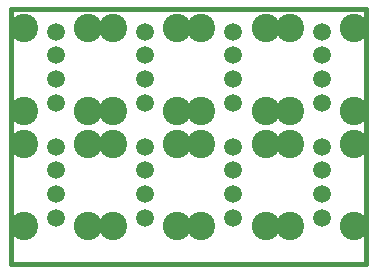
<source format=gbs>
G75*
%MOIN*%
%OFA0B0*%
%FSLAX24Y24*%
%IPPOS*%
%LPD*%
%AMOC8*
5,1,8,0,0,1.08239X$1,22.5*
%
%ADD10C,0.0160*%
%ADD11C,0.0591*%
%ADD12C,0.0946*%
D10*
X000180Y003432D02*
X011991Y003432D01*
X011991Y011936D01*
X000180Y011936D01*
X000180Y003432D01*
D11*
X001676Y004979D03*
X001676Y005767D03*
X001676Y006554D03*
X001676Y007342D03*
X001676Y008818D03*
X001676Y009605D03*
X001676Y010393D03*
X001676Y011180D03*
X004629Y011180D03*
X004629Y010393D03*
X004629Y009605D03*
X004629Y008818D03*
X004629Y007342D03*
X004629Y006554D03*
X004629Y005767D03*
X004629Y004979D03*
X007582Y004979D03*
X007582Y005767D03*
X007582Y006554D03*
X007582Y007342D03*
X007582Y008818D03*
X007582Y009605D03*
X007582Y010393D03*
X007582Y011180D03*
X010534Y011180D03*
X010534Y010393D03*
X010534Y009605D03*
X010534Y008818D03*
X010534Y007342D03*
X010534Y006554D03*
X010534Y005767D03*
X010534Y004979D03*
D12*
X009463Y004692D03*
X008652Y004692D03*
X006511Y004692D03*
X005700Y004692D03*
X003558Y004692D03*
X002747Y004692D03*
X000605Y004692D03*
X000605Y007448D03*
X000605Y008531D03*
X002747Y008531D03*
X003558Y008531D03*
X003558Y007448D03*
X002747Y007448D03*
X005700Y007448D03*
X006511Y007448D03*
X006511Y008531D03*
X005700Y008531D03*
X005700Y011286D03*
X006511Y011286D03*
X008652Y011286D03*
X009463Y011286D03*
X011605Y011286D03*
X011605Y008531D03*
X011605Y007448D03*
X009463Y007448D03*
X008652Y007448D03*
X008652Y008531D03*
X009463Y008531D03*
X011605Y004692D03*
X003558Y011286D03*
X002747Y011286D03*
X000605Y011286D03*
M02*

</source>
